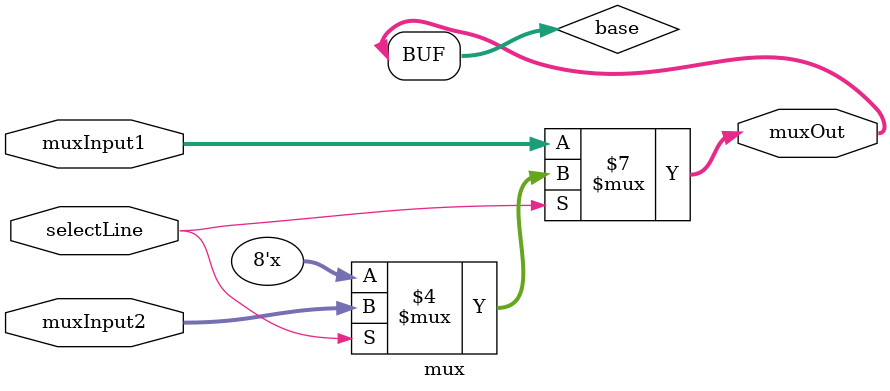
<source format=v>
module mux(muxOut, muxInput1, muxInput2, selectLine);
    input[7:0] muxInput1, muxInput2;
    input selectLine;
    output[7:0] muxOut;
    reg[7:0] base;
    
    always@(*) 
    begin
        if(selectLine==0)
        begin
             base <= muxInput1;
        end
        else if(selectLine==1)
        begin
             base <= muxInput2;
        end
    end    
    assign muxOut = base;
endmodule
</source>
